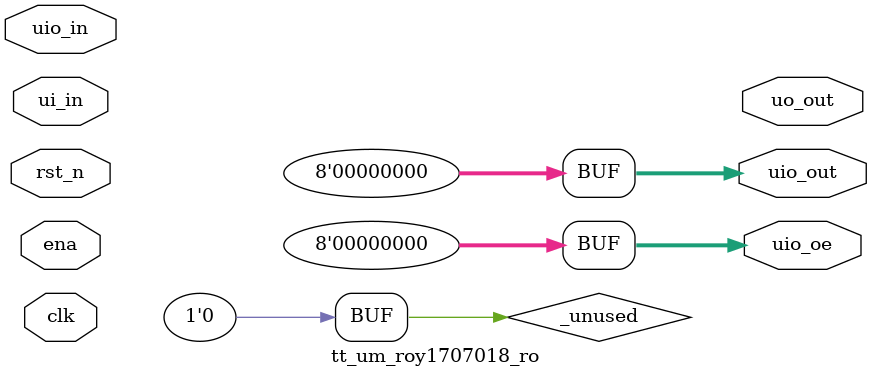
<source format=v>
/*
 * Copyright (c) 2024 Your Name
 * SPDX-License-Identifier: Apache-2.0
 */

`default_nettype none

module tt_um_roy1707018_ro (

	      // Include power ports for the Gate Level test:
`ifdef GL_TEST
      .VPWR(vpwr),
      .VGND(vgnd),
`endif
    input  wire [7:0] ui_in,    // Dedicated inputs (we'll use ui_in[1:0] for mux control)
    output wire [7:0] uo_out,   // Dedicated outputs (8-bit output of time count)
    input  wire [7:0] uio_in,   // IOs: Input path
    output wire [7:0] uio_out,  // IOs: Output path
    output wire [7:0] uio_oe,   // IOs: Enable path (active high: 0=input, 1=output)
    input  wire       ena,      // Don't use (used for power gating)
    input  wire       clk,      // System clock
    input  wire       rst_n     // Active-low reset
);


     // Signals to activate the ring oscillators and store their outputs
    wire [31:0] ro1_out;   // Output from the first 32 ROs
    wire [31:0] ro2_out;   // Output from the second 32 ROs

    // Instantiate the ro_only module
    ring_osc_buffer u_ro_only (
        .rst_n(rst_n),
        .clk(clk),
        .ro_activate_1(ui_in[0]),  // Use ui_in[0] to activate RO1 set
        .ro_activate_2(ui_in[1]),  // Use ui_in[1] to activate RO2 set
        .ro1_out(ro1_out),
        .ro2_out(ro2_out)
    );

    // Output the selected 8 bits to uo_out
   // assign uo_out = selected_count;
    assign uio_out = 0;
    assign uio_oe = 0;


  // List all unused inputs to prevent warnings
  wire _unused = &{ena, uio_in, 1'b0};







endmodule

</source>
